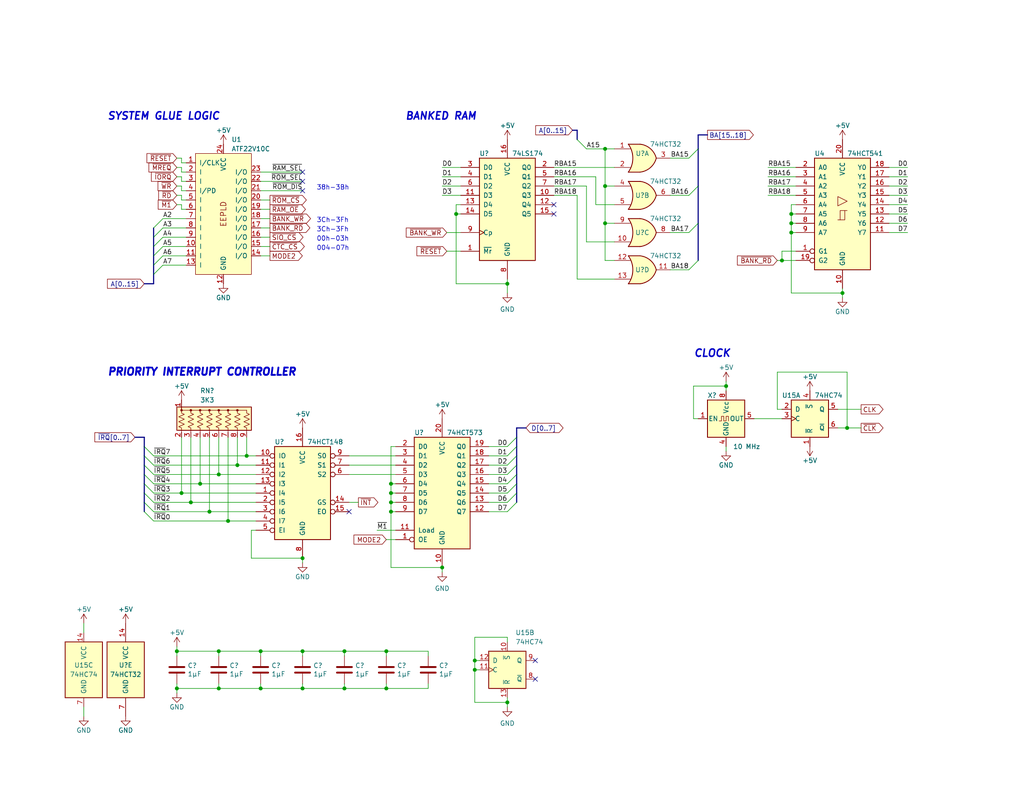
<source format=kicad_sch>
(kicad_sch (version 20230121) (generator eeschema)
  (paper "USLetter")
  (title_block (date "2023-09-20") (rev "3") (company "Frédéric Segard, aka Micro Hobbyist") (comment 1 "youtune.com/@microhobbyist") (comment 2 "github.com/fredericsegard") (comment 4 "I want to thank John Winans, Grant Searle and Sergey Kiselev for inspiring me."))
  (junction (at 71.12 187.96))
  (junction (at 82.55 177.8))
  (junction (at 105.41 177.8))
  (junction (at 106.68 134.62))
  (junction (at 129.54 180.34))
  (junction (at 165.1 60.96))
  (junction (at 93.98 177.8))
  (junction (at 198.12 105.41))
  (junction (at 215.9 58.42))
  (junction (at 138.43 77.47))
  (junction (at 213.36 71.12))
  (junction (at 93.98 187.96))
  (junction (at 165.1 40.64))
  (junction (at 124.46 58.42))
  (junction (at 59.69 129.54))
  (junction (at 48.26 177.8))
  (junction (at 48.26 187.96))
  (junction (at 231.14 116.84))
  (junction (at 59.69 187.96))
  (junction (at 106.68 139.7))
  (junction (at 49.53 134.62))
  (junction (at 120.65 154.94))
  (junction (at 215.9 60.96))
  (junction (at 64.77 127))
  (junction (at 62.23 142.24))
  (junction (at 215.9 63.5))
  (junction (at 105.41 187.96))
  (junction (at 129.54 182.88))
  (junction (at 165.1 50.8))
  (junction (at 57.15 139.7))
  (junction (at 82.55 187.96))
  (junction (at 138.43 191.77))
  (junction (at 106.68 137.16))
  (junction (at 67.31 124.46))
  (junction (at 52.07 137.16))
  (junction (at 71.12 177.8))
  (junction (at 54.61 132.08))
  (junction (at 59.69 177.8))
  (junction (at 106.68 132.08))
  (junction (at 229.87 80.01))
  (junction (at 82.55 152.4))
  (no_connect (at 82.55 52.07))
  (no_connect (at 82.55 46.99))
  (no_connect (at 151.13 55.88))
  (no_connect (at 82.55 49.53))
  (no_connect (at 95.25 139.7))
  (no_connect (at 146.05 185.42))
  (no_connect (at 151.13 58.42))
  (no_connect (at 146.05 180.34))
  (bus_entry (at 41.91 69.85) (size 2.54 -2.54))
  (bus_entry (at 41.91 74.93) (size 2.54 -2.54))
  (bus_entry (at 138.43 139.7) (size 2.54 -2.54))
  (bus_entry (at 39.37 139.7) (size 2.54 2.54))
  (bus_entry (at 41.91 64.77) (size 2.54 -2.54))
  (bus_entry (at 187.96 43.18) (size 2.54 -2.54))
  (bus_entry (at 39.37 137.16) (size 2.54 2.54))
  (bus_entry (at 138.43 134.62) (size 2.54 -2.54))
  (bus_entry (at 39.37 132.08) (size 2.54 2.54))
  (bus_entry (at 187.96 53.34) (size 2.54 -2.54))
  (bus_entry (at 41.91 62.23) (size 2.54 -2.54))
  (bus_entry (at 140.97 121.92) (size -2.54 2.54))
  (bus_entry (at 187.96 73.66) (size 2.54 -2.54))
  (bus_entry (at 41.91 67.31) (size 2.54 -2.54))
  (bus_entry (at 39.37 121.92) (size 2.54 2.54))
  (bus_entry (at 138.43 137.16) (size 2.54 -2.54))
  (bus_entry (at 187.96 63.5) (size 2.54 -2.54))
  (bus_entry (at 39.37 124.46) (size 2.54 2.54))
  (bus_entry (at 41.91 72.39) (size 2.54 -2.54))
  (bus_entry (at 39.37 127) (size 2.54 2.54))
  (bus_entry (at 39.37 129.54) (size 2.54 2.54))
  (bus_entry (at 138.43 132.08) (size 2.54 -2.54))
  (bus_entry (at 140.97 119.38) (size -2.54 2.54))
  (bus_entry (at 140.97 124.46) (size -2.54 2.54))
  (bus_entry (at 157.48 38.1) (size 2.54 2.54))
  (bus_entry (at 39.37 134.62) (size 2.54 2.54))
  (bus_entry (at 140.97 127) (size -2.54 2.54))
  (wire (pts (xy 215.9 63.5) (xy 215.9 80.01)))
  (wire (pts (xy 49.53 45.72) (xy 49.53 46.99)))
  (wire (pts (xy 198.12 104.14) (xy 198.12 105.41)))
  (wire (pts (xy 49.53 53.34) (xy 49.53 54.61)))
  (wire (pts (xy 213.36 68.58) (xy 217.17 68.58)))
  (wire (pts (xy 48.26 186.69) (xy 48.26 187.96)))
  (wire (pts (xy 95.25 124.46) (xy 107.95 124.46)))
  (wire (pts (xy 95.25 137.16) (xy 97.79 137.16)))
  (wire (pts (xy 71.12 52.07) (xy 82.55 52.07)))
  (wire (pts (xy 71.12 62.23) (xy 73.66 62.23)))
  (wire (pts (xy 124.46 77.47) (xy 138.43 77.47)))
  (wire (pts (xy 82.55 153.67) (xy 82.55 152.4)))
  (wire (pts (xy 59.69 119.38) (xy 59.69 129.54)))
  (wire (pts (xy 151.13 50.8) (xy 160.02 50.8)))
  (wire (pts (xy 93.98 179.07) (xy 93.98 177.8)))
  (wire (pts (xy 105.41 177.8) (xy 116.84 177.8)))
  (wire (pts (xy 105.41 187.96) (xy 116.84 187.96)))
  (wire (pts (xy 247.65 53.34) (xy 242.57 53.34)))
  (wire (pts (xy 71.12 69.85) (xy 73.66 69.85)))
  (wire (pts (xy 44.45 59.69) (xy 50.8 59.69)))
  (wire (pts (xy 71.12 186.69) (xy 71.12 187.96)))
  (wire (pts (xy 133.35 132.08) (xy 138.43 132.08)))
  (wire (pts (xy 121.92 63.5) (xy 125.73 63.5)))
  (wire (pts (xy 68.58 144.78) (xy 68.58 152.4)))
  (wire (pts (xy 52.07 119.38) (xy 52.07 137.16)))
  (wire (pts (xy 44.45 69.85) (xy 50.8 69.85)))
  (wire (pts (xy 121.92 68.58) (xy 125.73 68.58)))
  (wire (pts (xy 52.07 137.16) (xy 69.85 137.16)))
  (wire (pts (xy 138.43 191.77) (xy 138.43 190.5)))
  (bus (pts (xy 39.37 139.7) (xy 39.37 137.16)))
  (wire (pts (xy 68.58 152.4) (xy 82.55 152.4)))
  (bus (pts (xy 39.37 132.08) (xy 39.37 129.54)))
  (wire (pts (xy 124.46 58.42) (xy 124.46 77.47)))
  (wire (pts (xy 189.23 114.3) (xy 190.5 114.3)))
  (wire (pts (xy 242.57 55.88) (xy 247.65 55.88)))
  (wire (pts (xy 151.13 45.72) (xy 167.64 45.72)))
  (wire (pts (xy 41.91 137.16) (xy 52.07 137.16)))
  (wire (pts (xy 69.85 144.78) (xy 68.58 144.78)))
  (wire (pts (xy 59.69 177.8) (xy 71.12 177.8)))
  (wire (pts (xy 106.68 134.62) (xy 107.95 134.62)))
  (bus (pts (xy 140.97 134.62) (xy 140.97 137.16)))
  (bus (pts (xy 39.37 129.54) (xy 39.37 127)))
  (bus (pts (xy 190.5 36.83) (xy 193.04 36.83)))
  (wire (pts (xy 212.09 71.12) (xy 213.36 71.12)))
  (wire (pts (xy 129.54 180.34) (xy 129.54 182.88)))
  (wire (pts (xy 165.1 60.96) (xy 167.64 60.96)))
  (wire (pts (xy 41.91 139.7) (xy 57.15 139.7)))
  (wire (pts (xy 48.26 50.8) (xy 49.53 50.8)))
  (wire (pts (xy 234.95 111.76) (xy 228.6 111.76)))
  (bus (pts (xy 39.37 134.62) (xy 39.37 132.08)))
  (wire (pts (xy 106.68 137.16) (xy 107.95 137.16)))
  (wire (pts (xy 82.55 187.96) (xy 93.98 187.96)))
  (wire (pts (xy 64.77 119.38) (xy 64.77 127)))
  (wire (pts (xy 107.95 121.92) (xy 106.68 121.92)))
  (wire (pts (xy 22.86 193.04) (xy 22.86 195.58)))
  (wire (pts (xy 213.36 71.12) (xy 213.36 68.58)))
  (wire (pts (xy 49.53 119.38) (xy 49.53 134.62)))
  (bus (pts (xy 190.5 60.96) (xy 190.5 71.12)))
  (wire (pts (xy 133.35 129.54) (xy 138.43 129.54)))
  (wire (pts (xy 189.23 105.41) (xy 189.23 114.3)))
  (wire (pts (xy 209.55 50.8) (xy 217.17 50.8)))
  (wire (pts (xy 182.88 43.18) (xy 187.96 43.18)))
  (wire (pts (xy 59.69 129.54) (xy 69.85 129.54)))
  (wire (pts (xy 49.53 46.99) (xy 50.8 46.99)))
  (wire (pts (xy 71.12 54.61) (xy 73.66 54.61)))
  (wire (pts (xy 124.46 55.88) (xy 124.46 58.42)))
  (wire (pts (xy 215.9 60.96) (xy 217.17 60.96)))
  (wire (pts (xy 209.55 48.26) (xy 217.17 48.26)))
  (bus (pts (xy 190.5 50.8) (xy 190.5 60.96)))
  (bus (pts (xy 41.91 74.93) (xy 41.91 77.47)))
  (wire (pts (xy 41.91 132.08) (xy 54.61 132.08)))
  (wire (pts (xy 49.53 49.53) (xy 50.8 49.53)))
  (wire (pts (xy 44.45 67.31) (xy 50.8 67.31)))
  (wire (pts (xy 71.12 49.53) (xy 82.55 49.53)))
  (wire (pts (xy 116.84 186.69) (xy 116.84 187.96)))
  (wire (pts (xy 213.36 71.12) (xy 217.17 71.12)))
  (wire (pts (xy 247.65 58.42) (xy 242.57 58.42)))
  (wire (pts (xy 229.87 81.28) (xy 229.87 80.01)))
  (wire (pts (xy 48.26 187.96) (xy 48.26 189.23)))
  (wire (pts (xy 102.87 144.78) (xy 107.95 144.78)))
  (wire (pts (xy 71.12 59.69) (xy 73.66 59.69)))
  (bus (pts (xy 140.97 129.54) (xy 140.97 132.08)))
  (wire (pts (xy 215.9 55.88) (xy 215.9 58.42)))
  (wire (pts (xy 247.65 50.8) (xy 242.57 50.8)))
  (wire (pts (xy 215.9 60.96) (xy 215.9 63.5)))
  (wire (pts (xy 62.23 142.24) (xy 69.85 142.24)))
  (wire (pts (xy 215.9 63.5) (xy 217.17 63.5)))
  (bus (pts (xy 39.37 124.46) (xy 39.37 121.92)))
  (bus (pts (xy 39.37 127) (xy 39.37 124.46)))
  (wire (pts (xy 106.68 139.7) (xy 107.95 139.7)))
  (bus (pts (xy 41.91 62.23) (xy 41.91 64.77)))
  (wire (pts (xy 93.98 186.69) (xy 93.98 187.96)))
  (wire (pts (xy 71.12 177.8) (xy 82.55 177.8)))
  (wire (pts (xy 62.23 119.38) (xy 62.23 142.24)))
  (wire (pts (xy 124.46 58.42) (xy 125.73 58.42)))
  (wire (pts (xy 247.65 48.26) (xy 242.57 48.26)))
  (bus (pts (xy 140.97 127) (xy 140.97 129.54)))
  (wire (pts (xy 71.12 67.31) (xy 73.66 67.31)))
  (wire (pts (xy 59.69 179.07) (xy 59.69 177.8)))
  (wire (pts (xy 48.26 176.53) (xy 48.26 177.8)))
  (bus (pts (xy 140.97 132.08) (xy 140.97 134.62)))
  (bus (pts (xy 190.5 40.64) (xy 190.5 50.8)))
  (wire (pts (xy 125.73 55.88) (xy 124.46 55.88)))
  (wire (pts (xy 133.35 139.7) (xy 138.43 139.7)))
  (wire (pts (xy 106.68 132.08) (xy 107.95 132.08)))
  (wire (pts (xy 44.45 62.23) (xy 50.8 62.23)))
  (wire (pts (xy 212.09 101.6) (xy 212.09 111.76)))
  (bus (pts (xy 157.48 38.1) (xy 157.48 35.56)))
  (wire (pts (xy 138.43 191.77) (xy 138.43 193.04)))
  (wire (pts (xy 59.69 187.96) (xy 71.12 187.96)))
  (wire (pts (xy 54.61 132.08) (xy 69.85 132.08)))
  (wire (pts (xy 71.12 64.77) (xy 73.66 64.77)))
  (wire (pts (xy 215.9 80.01) (xy 229.87 80.01)))
  (wire (pts (xy 198.12 105.41) (xy 198.12 106.68)))
  (wire (pts (xy 71.12 179.07) (xy 71.12 177.8)))
  (wire (pts (xy 160.02 50.8) (xy 160.02 66.04)))
  (wire (pts (xy 165.1 50.8) (xy 165.1 40.64)))
  (bus (pts (xy 41.91 72.39) (xy 41.91 74.93)))
  (bus (pts (xy 39.37 77.47) (xy 41.91 77.47)))
  (wire (pts (xy 234.95 116.84) (xy 231.14 116.84)))
  (wire (pts (xy 106.68 132.08) (xy 106.68 134.62)))
  (bus (pts (xy 39.37 137.16) (xy 39.37 134.62)))
  (wire (pts (xy 49.53 52.07) (xy 50.8 52.07)))
  (bus (pts (xy 41.91 64.77) (xy 41.91 67.31)))
  (wire (pts (xy 182.88 73.66) (xy 187.96 73.66)))
  (wire (pts (xy 93.98 187.96) (xy 105.41 187.96)))
  (wire (pts (xy 209.55 45.72) (xy 217.17 45.72)))
  (wire (pts (xy 41.91 124.46) (xy 67.31 124.46)))
  (wire (pts (xy 57.15 139.7) (xy 69.85 139.7)))
  (bus (pts (xy 41.91 67.31) (xy 41.91 69.85)))
  (wire (pts (xy 120.65 45.72) (xy 125.73 45.72)))
  (wire (pts (xy 157.48 53.34) (xy 151.13 53.34)))
  (wire (pts (xy 165.1 50.8) (xy 167.64 50.8)))
  (wire (pts (xy 48.26 55.88) (xy 49.53 55.88)))
  (wire (pts (xy 22.86 170.18) (xy 22.86 172.72)))
  (wire (pts (xy 138.43 77.47) (xy 138.43 80.01)))
  (wire (pts (xy 205.74 114.3) (xy 213.36 114.3)))
  (wire (pts (xy 165.1 60.96) (xy 165.1 50.8)))
  (wire (pts (xy 71.12 57.15) (xy 73.66 57.15)))
  (wire (pts (xy 82.55 179.07) (xy 82.55 177.8)))
  (wire (pts (xy 54.61 119.38) (xy 54.61 132.08)))
  (bus (pts (xy 140.97 121.92) (xy 140.97 119.38)))
  (bus (pts (xy 41.91 69.85) (xy 41.91 72.39)))
  (wire (pts (xy 71.12 46.99) (xy 82.55 46.99)))
  (wire (pts (xy 167.64 76.2) (xy 157.48 76.2)))
  (wire (pts (xy 133.35 134.62) (xy 138.43 134.62)))
  (wire (pts (xy 82.55 186.69) (xy 82.55 187.96)))
  (wire (pts (xy 48.26 43.18) (xy 49.53 43.18)))
  (wire (pts (xy 106.68 139.7) (xy 106.68 154.94)))
  (wire (pts (xy 106.68 137.16) (xy 106.68 139.7)))
  (wire (pts (xy 105.41 147.32) (xy 107.95 147.32)))
  (wire (pts (xy 129.54 191.77) (xy 138.43 191.77)))
  (wire (pts (xy 182.88 63.5) (xy 187.96 63.5)))
  (wire (pts (xy 167.64 71.12) (xy 165.1 71.12)))
  (wire (pts (xy 165.1 40.64) (xy 167.64 40.64)))
  (wire (pts (xy 49.53 54.61) (xy 50.8 54.61)))
  (wire (pts (xy 48.26 53.34) (xy 49.53 53.34)))
  (wire (pts (xy 64.77 127) (xy 69.85 127)))
  (wire (pts (xy 57.15 119.38) (xy 57.15 139.7)))
  (wire (pts (xy 41.91 142.24) (xy 62.23 142.24)))
  (wire (pts (xy 160.02 40.64) (xy 165.1 40.64)))
  (bus (pts (xy 140.97 119.38) (xy 140.97 116.84)))
  (wire (pts (xy 49.53 44.45) (xy 50.8 44.45)))
  (wire (pts (xy 129.54 182.88) (xy 130.81 182.88)))
  (wire (pts (xy 151.13 48.26) (xy 162.56 48.26)))
  (wire (pts (xy 71.12 187.96) (xy 82.55 187.96)))
  (wire (pts (xy 93.98 177.8) (xy 105.41 177.8)))
  (wire (pts (xy 129.54 173.99) (xy 129.54 180.34)))
  (wire (pts (xy 209.55 53.34) (xy 217.17 53.34)))
  (wire (pts (xy 247.65 63.5) (xy 242.57 63.5)))
  (wire (pts (xy 120.65 48.26) (xy 125.73 48.26)))
  (wire (pts (xy 95.25 129.54) (xy 107.95 129.54)))
  (wire (pts (xy 133.35 124.46) (xy 138.43 124.46)))
  (wire (pts (xy 198.12 123.19) (xy 198.12 121.92)))
  (wire (pts (xy 231.14 116.84) (xy 231.14 101.6)))
  (wire (pts (xy 133.35 137.16) (xy 138.43 137.16)))
  (wire (pts (xy 157.48 76.2) (xy 157.48 53.34)))
  (wire (pts (xy 48.26 48.26) (xy 49.53 48.26)))
  (wire (pts (xy 138.43 76.2) (xy 138.43 77.47)))
  (wire (pts (xy 198.12 105.41) (xy 189.23 105.41)))
  (wire (pts (xy 106.68 154.94) (xy 120.65 154.94)))
  (wire (pts (xy 160.02 66.04) (xy 167.64 66.04)))
  (wire (pts (xy 162.56 55.88) (xy 167.64 55.88)))
  (wire (pts (xy 105.41 186.69) (xy 105.41 187.96)))
  (wire (pts (xy 231.14 116.84) (xy 228.6 116.84)))
  (wire (pts (xy 212.09 111.76) (xy 213.36 111.76)))
  (wire (pts (xy 120.65 50.8) (xy 125.73 50.8)))
  (wire (pts (xy 44.45 64.77) (xy 50.8 64.77)))
  (wire (pts (xy 229.87 80.01) (xy 229.87 78.74)))
  (wire (pts (xy 49.53 43.18) (xy 49.53 44.45)))
  (wire (pts (xy 133.35 121.92) (xy 138.43 121.92)))
  (wire (pts (xy 182.88 53.34) (xy 187.96 53.34)))
  (wire (pts (xy 129.54 182.88) (xy 129.54 191.77)))
  (wire (pts (xy 67.31 119.38) (xy 67.31 124.46)))
  (wire (pts (xy 130.81 180.34) (xy 129.54 180.34)))
  (bus (pts (xy 140.97 124.46) (xy 140.97 121.92)))
  (wire (pts (xy 105.41 179.07) (xy 105.41 177.8)))
  (wire (pts (xy 49.53 48.26) (xy 49.53 49.53)))
  (bus (pts (xy 36.83 119.38) (xy 39.37 119.38)))
  (wire (pts (xy 41.91 129.54) (xy 59.69 129.54)))
  (wire (pts (xy 49.53 57.15) (xy 50.8 57.15)))
  (wire (pts (xy 82.55 177.8) (xy 93.98 177.8)))
  (wire (pts (xy 120.65 53.34) (xy 125.73 53.34)))
  (wire (pts (xy 41.91 134.62) (xy 49.53 134.62)))
  (wire (pts (xy 95.25 127) (xy 107.95 127)))
  (wire (pts (xy 116.84 179.07) (xy 116.84 177.8)))
  (wire (pts (xy 44.45 72.39) (xy 50.8 72.39)))
  (wire (pts (xy 247.65 60.96) (xy 242.57 60.96)))
  (bus (pts (xy 156.21 35.56) (xy 157.48 35.56)))
  (wire (pts (xy 133.35 127) (xy 138.43 127)))
  (bus (pts (xy 190.5 40.64) (xy 190.5 36.83)))
  (wire (pts (xy 59.69 186.69) (xy 59.69 187.96)))
  (wire (pts (xy 49.53 50.8) (xy 49.53 52.07)))
  (wire (pts (xy 48.26 45.72) (xy 49.53 45.72)))
  (wire (pts (xy 138.43 173.99) (xy 129.54 173.99)))
  (wire (pts (xy 49.53 55.88) (xy 49.53 57.15)))
  (wire (pts (xy 215.9 58.42) (xy 215.9 60.96)))
  (wire (pts (xy 48.26 177.8) (xy 59.69 177.8)))
  (wire (pts (xy 49.53 134.62) (xy 69.85 134.62)))
  (bus (pts (xy 39.37 121.92) (xy 39.37 119.38)))
  (wire (pts (xy 106.68 134.62) (xy 106.68 137.16)))
  (wire (pts (xy 67.31 124.46) (xy 69.85 124.46)))
  (wire (pts (xy 120.65 154.94) (xy 120.65 156.21)))
  (wire (pts (xy 48.26 187.96) (xy 59.69 187.96)))
  (wire (pts (xy 231.14 101.6) (xy 212.09 101.6)))
  (wire (pts (xy 41.91 127) (xy 64.77 127)))
  (wire (pts (xy 217.17 55.88) (xy 215.9 55.88)))
  (wire (pts (xy 48.26 177.8) (xy 48.26 179.07)))
  (wire (pts (xy 247.65 45.72) (xy 242.57 45.72)))
  (wire (pts (xy 162.56 48.26) (xy 162.56 55.88)))
  (bus (pts (xy 140.97 127) (xy 140.97 124.46)))
  (bus (pts (xy 143.51 116.84) (xy 140.97 116.84)))
  (wire (pts (xy 138.43 175.26) (xy 138.43 173.99)))
  (wire (pts (xy 215.9 58.42) (xy 217.17 58.42)))
  (wire (pts (xy 165.1 71.12) (xy 165.1 60.96)))
  (wire (pts (xy 106.68 121.92) (xy 106.68 132.08)))
  (text "SYSTEM GLUE LOGIC" (at 29.21 33.02 0) (effects (font (size 2 2) (thickness 0.4) bold italic) (justify left bottom)))
  (text "004-07h" (at 86.36 68.58 0) (effects (font (size 1.27 1.27)) (justify left bottom)))
  (text "00h-03h" (at 86.36 66.04 0) (effects (font (size 1.27 1.27)) (justify left bottom)))
  (text "3Ch-3Fh" (at 86.36 60.96 0) (effects (font (size 1.27 1.27)) (justify left bottom)))
  (text "38h-3Bh" (at 86.36 52.07 0) (effects (font (size 1.27 1.27)) (justify left bottom)))
  (text "PRIORITY INTERRUPT CONTROLLER" (at 29.21 102.87 0) (effects (font (size 2 2) (thickness 0.508) bold italic) (justify left bottom)))
  (text "3Ch-3Fh" (at 86.36 63.5 0) (effects (font (size 1.27 1.27)) (justify left bottom)))
  (text "CLOCK" (at 189.23 97.79 0) (effects (font (size 2 2) (thickness 0.4) bold italic) (justify left bottom)))
  (text "BANKED RAM" (at 110.49 33.02 0) (effects (font (size 2 2) (thickness 0.4) bold italic) (justify left bottom)))
  (label "~{ROM_SEL}" (at 82.55 49.53 180))
  (label "D4" (at 247.65 55.88 180))
  (label "D2" (at 120.65 50.8 0))
  (label "A15" (at 160.02 40.64 0))
  (label "D1" (at 120.65 48.26 0))
  (label "~{ROM_DIS}" (at 82.55 52.07 180))
  (label "D6" (at 138.43 137.16 180))
  (label "D1" (at 138.43 124.46 180))
  (label "RBA17" (at 209.55 50.8 0))
  (label "~{IRQ}4" (at 41.91 132.08 0))
  (label "~{RAM_SEL}" (at 82.55 46.99 180))
  (label "D2" (at 247.65 50.8 180))
  (label "~{IRQ}7" (at 41.91 124.46 0))
  (label "RBA18" (at 209.55 53.34 0))
  (label "RBA16" (at 209.55 48.26 0))
  (label "D2" (at 138.43 127 180))
  (label "~{IRQ}2" (at 41.91 137.16 0))
  (label "RBA15" (at 209.55 45.72 0))
  (label "D4" (at 138.43 132.08 180))
  (label "D6" (at 247.65 60.96 180))
  (label "~{IRQ}3" (at 41.91 134.62 0))
  (label "RBA17" (at 151.13 50.8 0))
  (label "D3" (at 138.43 129.54 180))
  (label "D7" (at 247.65 63.5 180))
  (label "RBA16" (at 151.13 48.26 0))
  (label "D3" (at 120.65 53.34 0))
  (label "D7" (at 138.43 139.7 180))
  (label "D5" (at 138.43 134.62 180))
  (label "~{IRQ}0" (at 41.91 142.24 0))
  (label "~{M1}" (at 102.87 144.78 0))
  (label "D3" (at 247.65 53.34 180))
  (label "A6" (at 44.45 69.85 0))
  (label "A3" (at 44.45 62.23 0))
  (label "RBA15" (at 151.13 45.72 0))
  (label "RBA18" (at 151.13 53.34 0))
  (label "~{IRQ}1" (at 41.91 139.7 0))
  (label "BA17" (at 187.96 63.5 180))
  (label "~{IRQ}6" (at 41.91 127 0))
  (label "BA16" (at 187.96 53.34 180))
  (label "D0" (at 247.65 45.72 180))
  (label "BA15" (at 187.96 43.18 180))
  (label "A2" (at 44.45 59.69 0))
  (label "D5" (at 247.65 58.42 180))
  (label "A4" (at 44.45 64.77 0))
  (label "~{IRQ}5" (at 41.91 129.54 0))
  (label "D0" (at 138.43 121.92 180))
  (label "A7" (at 44.45 72.39 0))
  (label "D1" (at 247.65 48.26 180))
  (label "A5" (at 44.45 67.31 0))
  (label "BA18" (at 187.96 73.66 180))
  (label "D0" (at 120.65 45.72 0))
  (global_label "~{SIO_CS}" (shape output) (at 73.66 64.77 0) (property "Intersheetrefs" "${INTERSHEET_REFS}" (effects hide)))
  (global_label "~{BANK_RD}" (shape input) (at 212.09 71.12 180) (property "Intersheetrefs" "${INTERSHEET_REFS}" (effects hide)))
  (global_label "BA[15..18]" (shape output) (at 193.04 36.83 0) (property "Intersheetrefs" "${INTERSHEET_REFS}" (effects hide)))
  (global_label "~{M1}" (shape input) (at 48.26 55.88 180) (property "Intersheetrefs" "${INTERSHEET_REFS}" (effects hide)))
  (global_label "~{RD}" (shape input) (at 48.26 53.34 180) (property "Intersheetrefs" "${INTERSHEET_REFS}" (effects hide)))
  (global_label "~{BANK_WR}" (shape input) (at 121.92 63.5 180) (property "Intersheetrefs" "${INTERSHEET_REFS}" (effects hide)))
  (global_label "~{MREQ}" (shape input) (at 48.26 45.72 180) (property "Intersheetrefs" "${INTERSHEET_REFS}" (effects hide)))
  (global_label "~{ROM_CS}" (shape output) (at 73.66 54.61 0) (property "Intersheetrefs" "${INTERSHEET_REFS}" (effects hide)))
  (global_label "~{IORQ}" (shape input) (at 48.26 48.26 180) (property "Intersheetrefs" "${INTERSHEET_REFS}" (effects hide)))
  (global_label "~{RESET}" (shape input) (at 48.26 43.18 180) (property "Intersheetrefs" "${INTERSHEET_REFS}" (effects hide)))
  (global_label "~{IRQ}[0..7]" (shape input) (at 36.83 119.38 180) (property "Intersheetrefs" "${INTERSHEET_REFS}" (effects hide)))
  (global_label "~{CLK}" (shape output) (at 234.95 116.84 0) (property "Intersheetrefs" "${INTERSHEET_REFS}" (effects hide)))
  (global_label "MODE2" (shape output) (at 73.66 69.85 0) (property "Intersheetrefs" "${INTERSHEET_REFS}" (effects hide)))
  (global_label "~{BANK_RD}" (shape output) (at 73.66 62.23 0) (property "Intersheetrefs" "${INTERSHEET_REFS}" (effects hide)))
  (global_label "A[0..15]" (shape input) (at 39.37 77.47 180) (property "Intersheetrefs" "${INTERSHEET_REFS}" (effects hide)))
  (global_label "CLK" (shape output) (at 234.95 111.76 0) (property "Intersheetrefs" "${INTERSHEET_REFS}" (effects hide)))
  (global_label "MODE2" (shape input) (at 105.41 147.32 180) (property "Intersheetrefs" "${INTERSHEET_REFS}" (effects hide)))
  (global_label "~{INT}" (shape output) (at 97.79 137.16 0) (property "Intersheetrefs" "${INTERSHEET_REFS}" (effects hide)))
  (global_label "A[0..15]" (shape input) (at 156.21 35.56 180) (property "Intersheetrefs" "${INTERSHEET_REFS}" (effects hide)))
  (global_label "~{CTC_CS}" (shape output) (at 73.66 67.31 0) (property "Intersheetrefs" "${INTERSHEET_REFS}" (effects hide)))
  (global_label "~{WR}" (shape input) (at 48.26 50.8 180) (property "Intersheetrefs" "${INTERSHEET_REFS}" (effects hide)))
  (global_label "D[0..7]" (shape tri_state) (at 143.51 116.84 0) (property "Intersheetrefs" "${INTERSHEET_REFS}" (effects hide)))
  (global_label "~{RAM_OE}" (shape output) (at 73.66 57.15 0) (property "Intersheetrefs" "${INTERSHEET_REFS}" (effects hide)))
  (global_label "~{BANK_WR}" (shape output) (at 73.66 59.69 0) (property "Intersheetrefs" "${INTERSHEET_REFS}" (effects hide)))
  (global_label "~{RESET}" (shape input) (at 121.92 68.58 180) (property "Intersheetrefs" "${INTERSHEET_REFS}" (effects hide)))
  (symbol (lib_id "power:GND") (at 138.43 80.01 0) (unit 1)
    (property "Reference" "#PWR?" (effects hide))
    (property "Value" "GND" (at 138.43 84.4534 0))
    (instances (project "1 - Main CPU board with basic peripherals (rev4)" (path "" (reference "#PWR?") (unit 1))) (project "2 - CPU and core components (Rev 3)" (path "" (reference "#PWR05") (unit 1))))
  )
  (symbol (lib_name "+5V_1") (lib_id "power:+5V") (at 48.26 176.53 0) (unit 1)
    (property "Reference" "#PWR?" (effects hide))
    (property "Value" "+5V" (at 48.26 172.72 0))
    (instances (project "1 - Main CPU board with basic peripherals (rev4)" (path "" (reference "#PWR?") (unit 1)) (path "" (reference "#PWR?") (unit 1))) (project "2 - CPU and core components (Rev 3)" (path "" (reference "#PWR017") (unit 1))))
  )
  (symbol (lib_name "+5V_1") (lib_id "power:+5V") (at 120.65 114.3 0) (unit 1)
    (property "Reference" "#PWR?" (effects hide))
    (property "Value" "+5V" (at 120.65 110.49 0))
    (instances (project "1 - Main CPU board with basic peripherals (rev4)" (path "" (reference "#PWR?") (unit 1)) (path "" (reference "#PWR?") (unit 1))) (project "2 - CPU and core components (Rev 3)" (path "" (reference "#PWR09") (unit 1))))
  )
  (symbol (lib_id "Device:C") (at 71.12 182.88 0) (unit 1)
    (property "Reference" "C?" (at 74.041 181.7116 0) (effects (justify left)))
    (property "Value" "1µF" (at 74.041 184.023 0) (effects (justify left)))
    (property "Footprint" "Capacitor_THT:C_Disc_D3.0mm_W2.0mm_P2.50mm" (effects hide))
    (instances (project "1 - Main CPU board with basic peripherals (rev4)" (path "" (reference "C?") (unit 1)) (path "" (reference "C?") (unit 1))) (project "" (path "" (reference "C?") (unit 1))) (project "2 - CPU and core components (Rev 3)" (path "" (reference "C3") (unit 1))))
  )
  (symbol (lib_name "+5V_1") (lib_id "power:+5V") (at 220.98 106.68 0) (unit 1)
    (property "Reference" "#PWR?" (effects hide))
    (property "Value" "+5V" (at 220.98 102.87 0))
    (instances (project "1 - Main CPU board with basic peripherals (rev5)" (path "" (reference "#PWR?") (unit 1))) (project "0 - Card edge backplane v2" (path "" (reference "#PWR?") (unit 1))) (project "2 - CPU and core components (Rev 3)" (path "" (reference "#PWR?") (unit 1)) (path "" (reference "#PWR?") (unit 1)) (path "" (reference "#PWR055") (unit 1))))
  )
  (symbol (lib_id "Device:C") (at 59.69 182.88 0) (unit 1)
    (property "Reference" "C?" (at 62.611 181.7116 0) (effects (justify left)))
    (property "Value" "1µF" (at 62.611 184.023 0) (effects (justify left)))
    (property "Footprint" "Capacitor_THT:C_Disc_D3.0mm_W2.0mm_P2.50mm" (effects hide))
    (instances (project "1 - Main CPU board with basic peripherals (rev4)" (path "" (reference "C?") (unit 1)) (path "" (reference "C?") (unit 1))) (project "" (path "" (reference "C?") (unit 1))) (project "2 - CPU and core components (Rev 3)" (path "" (reference "C2") (unit 1))))
  )
  (symbol (lib_id "power:GND") (at 22.86 195.58 0) (unit 1)
    (property "Reference" "#PWR?" (effects hide))
    (property "Value" "GND" (at 22.86 199.39 0))
    (instances (project "1 - Main CPU board with basic peripherals (rev4)" (path "" (reference "#PWR?") (unit 1)) (path "" (reference "#PWR?") (unit 1))) (project "1 - ATX 16 bit ISA passive backplane" (path "" (reference "#PWR?") (unit 1))) (project "2 - CPU and core components (Rev 3)" (path "" (reference "#PWR013") (unit 1))))
  )
  (symbol (lib_name "GND_2") (lib_id "power:GND") (at 60.96 77.47 0) (unit 1)
    (property "Reference" "#PWR?" (effects hide))
    (property "Value" "GND" (at 60.96 81.28 0))
    (instances (project "1 - Main CPU board with basic peripherals (rev5)" (path "" (reference "#PWR?") (unit 1))) (project "1 - ATX 16 bit ISA passive backplane" (path "" (reference "#PWR?") (unit 1))) (project "2 - CPU and core components (Rev 3)" (path "" (reference "#PWR?") (unit 1)) (path "" (reference "#PWR?") (unit 1)) (path "" (reference "#PWR04") (unit 1))))
  )
  (symbol (lib_name "+5V_1") (lib_id "power:+5V") (at 198.12 104.14 0) (unit 1)
    (property "Reference" "#PWR?" (effects hide))
    (property "Value" "+5V" (at 198.12 100.33 0))
    (instances (project "1 - Main CPU board with basic peripherals (rev5)" (path "" (reference "#PWR?") (unit 1))) (project "0 - Card edge backplane v2" (path "" (reference "#PWR?") (unit 1))) (project "2 - CPU and core components (Rev 3)" (path "" (reference "#PWR?") (unit 1)) (path "" (reference "#PWR?") (unit 1)) (path "" (reference "#PWR07") (unit 1))))
  )
  (symbol (lib_name "+5V_1") (lib_id "power:+5V") (at 229.87 38.1 0) (unit 1)
    (property "Reference" "#PWR?" (effects hide))
    (property "Value" "+5V" (at 229.87 34.29 0))
    (instances (project "1 - Main CPU board with basic peripherals (rev5)" (path "" (reference "#PWR?") (unit 1))) (project "2 - CPU and memory card with the essential peripherals" (path "" (reference "#PWR?") (unit 1))) (project "2 - CPU and core components (Rev 3)" (path "" (reference "#PWR?") (unit 1)) (path "" (reference "#PWR02") (unit 1))))
  )
  (symbol (lib_id "74xx:74HCT541") (at 229.87 58.42 0) (unit 1)
    (property "Reference" "U4" (at 222.25 41.91 0) (effects (justify left)))
    (property "Value" "74HCT541" (at 231.14 41.91 0) (effects (justify left)))
    (property "Footprint" "Package_DIP:DIP-20_W7.62mm_Socket" (effects hide))
    (property "Datasheet" "http://www.ti.com/lit/gpn/sn74HCT541" (effects hide))
  )
  (symbol (lib_name "+5V_1") (lib_id "power:+5V") (at 60.96 39.37 0) (unit 1)
    (property "Reference" "#PWR?" (effects hide))
    (property "Value" "+5V" (at 60.96 35.56 0))
    (instances (project "1 - Main CPU board with basic peripherals (rev5)" (path "" (reference "#PWR?") (unit 1))) (project "2 - CPU and memory card with the essential peripherals" (path "" (reference "#PWR?") (unit 1))) (project "2 - CPU and core components (Rev 3)" (path "" (reference "#PWR?") (unit 1)) (path "" (reference "#PWR03") (unit 1))))
  )
  (symbol (lib_name "+5V_1") (lib_id "power:+5V") (at 138.43 38.1 0) (unit 1)
    (property "Reference" "#PWR?" (effects hide))
    (property "Value" "+5V" (at 138.43 34.29 0))
    (instances (project "1 - Main CPU board with basic peripherals (rev4)" (path "" (reference "#PWR?") (unit 1))) (project "2 - CPU and memory card with the essential peripherals" (path "" (reference "#PWR?") (unit 1))) (project "2 - CPU and core components (Rev 3)" (path "" (reference "#PWR01") (unit 1))))
  )
  (symbol (lib_id "Device:C") (at 93.98 182.88 0) (unit 1)
    (property "Reference" "C?" (at 96.901 181.7116 0) (effects (justify left)))
    (property "Value" "1µF" (at 96.901 184.023 0) (effects (justify left)))
    (property "Footprint" "Capacitor_THT:C_Disc_D3.0mm_W2.0mm_P2.50mm" (effects hide))
    (instances (project "1 - Main CPU board with basic peripherals (rev4)" (path "" (reference "C?") (unit 1)) (path "" (reference "C?") (unit 1))) (project "" (path "" (reference "C?") (unit 1))) (project "2 - CPU and core components (Rev 3)" (path "" (reference "C5") (unit 1))))
  )
  (symbol (lib_id "74xx:74LS32") (at 175.26 63.5 0) (unit 3)
    (property "Reference" "U?" (at 175.26 63.5 0))
    (property "Value" "74HCT32" (at 181.61 59.69 0))
    (property "Footprint" "Package_DIP:DIP-14_W7.62mm_Socket" (effects hide))
    (property "Datasheet" "http://www.ti.com/lit/gpn/sn74LS32" (effects hide))
    (instances (project "1 - Main CPU board with basic peripherals (rev4)" (path "" (reference "U?") (unit 3))) (project "2 - CPU and core components (Rev 3)" (path "" (reference "U2") (unit 3))))
  )
  (symbol (lib_id "74xx:74LS32") (at 34.29 182.88 0) (unit 5)
    (property "Reference" "U?" (at 34.29 181.61 0))
    (property "Value" "74HCT32" (at 34.29 184.15 0))
    (property "Footprint" "Package_DIP:DIP-14_W7.62mm_Socket" (effects hide))
    (property "Datasheet" "http://www.ti.com/lit/gpn/sn74LS32" (effects hide))
    (instances (project "1 - Main CPU board with basic peripherals (rev4)" (path "" (reference "U?") (unit 5))) (project "2 - CPU and core components (Rev 3)" (path "" (reference "U2") (unit 5))))
  )
  (symbol (lib_id "0_Library:ATF22V10C") (at 60.96 40.64 0) (unit 1)
    (property "Reference" "U1" (at 63.1541 38.1 0) (effects (justify left)))
    (property "Value" "ATF22V10C" (at 63.1541 40.64 0) (effects (justify left)))
    (property "Footprint" "Package_DIP:DIP-24_W7.62mm_Socket" (effects hide))
    (property "Datasheet" "http://ww1.microchip.com/downloads/en/DeviceDoc/doc0735.pdf" (effects hide))
  )
  (symbol (lib_id "74xx:74HC74") (at 220.98 114.3 0) (unit 1)
    (property "Reference" "U15" (at 213.36 107.95 0) (effects (justify left)))
    (property "Value" "74HC74" (at 222.25 107.95 0) (effects (justify left)))
    (property "Datasheet" "74xx/74hc_hct74.pdf" (effects hide))
  )
  (symbol (lib_id "Device:C") (at 48.26 182.88 0) (unit 1)
    (property "Reference" "C?" (at 51.181 181.7116 0) (effects (justify left)))
    (property "Value" "1µF" (at 51.181 184.023 0) (effects (justify left)))
    (property "Footprint" "Capacitor_THT:C_Disc_D3.0mm_W2.0mm_P2.50mm" (effects hide))
    (instances (project "1 - Main CPU board with basic peripherals (rev4)" (path "" (reference "C?") (unit 1)) (path "" (reference "C?") (unit 1))) (project "" (path "" (reference "C?") (unit 1))) (project "2 - CPU and core components (Rev 3)" (path "" (reference "C1") (unit 1))))
  )
  (symbol (lib_id "74xx:74HC74") (at 22.86 182.88 0) (unit 3)
    (property "Reference" "U15" (at 22.86 181.61 0))
    (property "Value" "74HC74" (at 22.86 184.15 0))
    (property "Datasheet" "74xx/74hc_hct74.pdf" (effects hide))
  )
  (symbol (lib_name "GND_1") (lib_id "power:GND") (at 229.87 81.28 0) (unit 1)
    (property "Reference" "#PWR?" (effects hide))
    (property "Value" "GND" (at 229.87 85.09 0))
    (instances (project "1 - Main CPU board with basic peripherals (rev5)" (path "" (reference "#PWR?") (unit 1)) (path "" (reference "#PWR?") (unit 1))) (project "2 - CPU and memory card with the essential peripherals" (path "" (reference "#PWR?") (unit 1))) (project "3 - Quad Serial card v3" (path "" (reference "#PWR?") (unit 1)) (path "" (reference "#PWR?") (unit 1))) (project "2 - CPU and core components (Rev 3)" (path "" (reference "#PWR?") (unit 1)) (path "" (reference "#PWR06") (unit 1))))
  )
  (symbol (lib_id "power:GND") (at 82.55 153.67 0) (unit 1)
    (property "Reference" "#PWR?" (effects hide))
    (property "Value" "GND" (at 82.55 157.48 0))
    (instances (project "1 - Main CPU board with basic peripherals (rev4)" (path "" (reference "#PWR?") (unit 1)) (path "" (reference "#PWR?") (unit 1))) (project "1 - ATX 16 bit ISA passive backplane" (path "" (reference "#PWR?") (unit 1))) (project "2 - CPU and core components (Rev 3)" (path "" (reference "#PWR014") (unit 1))))
  )
  (symbol (lib_id "74xx:74LS32") (at 175.26 73.66 0) (unit 4)
    (property "Reference" "U?" (at 175.26 73.66 0))
    (property "Value" "74HCT32" (at 181.61 69.85 0))
    (property "Footprint" "Package_DIP:DIP-14_W7.62mm_Socket" (effects hide))
    (property "Datasheet" "http://www.ti.com/lit/gpn/sn74LS32" (effects hide))
    (instances (project "1 - Main CPU board with basic peripherals (rev4)" (path "" (reference "U?") (unit 4))) (project "2 - CPU and core components (Rev 3)" (path "" (reference "U2") (unit 4))))
  )
  (symbol (lib_id "Device:C") (at 82.55 182.88 0) (unit 1)
    (property "Reference" "C?" (at 85.471 181.7116 0) (effects (justify left)))
    (property "Value" "1µF" (at 85.471 184.023 0) (effects (justify left)))
    (property "Footprint" "Capacitor_THT:C_Disc_D3.0mm_W2.0mm_P2.50mm" (effects hide))
    (instances (project "1 - Main CPU board with basic peripherals (rev4)" (path "" (reference "C?") (unit 1)) (path "" (reference "C?") (unit 1))) (project "" (path "" (reference "C?") (unit 1))) (project "2 - CPU and core components (Rev 3)" (path "" (reference "C4") (unit 1))))
  )
  (symbol (lib_id "Device:C") (at 116.84 182.88 0) (unit 1)
    (property "Reference" "C?" (at 119.761 181.7116 0) (effects (justify left)))
    (property "Value" "1µF" (at 119.761 184.023 0) (effects (justify left)))
    (property "Footprint" "Capacitor_THT:C_Disc_D3.0mm_W2.0mm_P2.50mm" (effects hide))
    (instances (project "1 - Main CPU board with basic peripherals (rev4)" (path "" (reference "C?") (unit 1)) (path "" (reference "C?") (unit 1))) (project "" (path "" (reference "C?") (unit 1))) (project "2 - CPU and core components (Rev 3)" (path "" (reference "C7") (unit 1))))
  )
  (symbol (lib_id "74xx:74LS32") (at 175.26 43.18 0) (unit 1)
    (property "Reference" "U?" (at 175.26 41.91 0))
    (property "Value" "74HCT32" (at 181.61 39.37 0))
    (property "Footprint" "Package_DIP:DIP-14_W7.62mm_Socket" (effects hide))
    (property "Datasheet" "http://www.ti.com/lit/gpn/sn74LS32" (effects hide))
    (instances (project "1 - Main CPU board with basic peripherals (rev4)" (path "" (reference "U?") (unit 1))) (project "2 - CPU and core components (Rev 3)" (path "" (reference "U2") (unit 1))))
  )
  (symbol (lib_name "+5V_1") (lib_id "power:+5V") (at 220.98 121.92 180) (unit 1)
    (property "Reference" "#PWR?" (effects hide))
    (property "Value" "+5V" (at 220.98 125.73 0))
    (instances (project "1 - Main CPU board with basic peripherals (rev5)" (path "" (reference "#PWR?") (unit 1))) (project "0 - Card edge backplane v2" (path "" (reference "#PWR?") (unit 1))) (project "2 - CPU and core components (Rev 3)" (path "" (reference "#PWR?") (unit 1)) (path "" (reference "#PWR?") (unit 1)) (path "" (reference "#PWR056") (unit 1))))
  )
  (symbol (lib_id "74xx:74LS148") (at 82.55 134.62 0) (unit 1)
    (property "Reference" "U?" (at 74.93 120.65 0) (effects (justify left)))
    (property "Value" "74HCT148" (at 83.82 120.65 0) (effects (justify left)))
    (property "Footprint" "Package_DIP:DIP-16_W7.62mm_Socket" (effects hide))
    (property "Datasheet" "http://www.ti.com/lit/gpn/sn74LS148" (effects hide))
    (instances (project "1 - Main CPU board with basic peripherals (rev4)" (path "" (reference "U?") (unit 1))) (project "2 - CPU and core components (Rev 3)" (path "" (reference "U5") (unit 1))))
  )
  (symbol (lib_id "74xx:74LS32") (at 175.26 53.34 0) (unit 2)
    (property "Reference" "U?" (at 175.26 53.34 0))
    (property "Value" "74HCT32" (at 181.61 49.53 0))
    (property "Footprint" "Package_DIP:DIP-14_W7.62mm_Socket" (effects hide))
    (property "Datasheet" "http://www.ti.com/lit/gpn/sn74LS32" (effects hide))
    (instances (project "1 - Main CPU board with basic peripherals (rev4)" (path "" (reference "U?") (unit 2))) (project "2 - CPU and core components (Rev 3)" (path "" (reference "U2") (unit 2))))
  )
  (symbol (lib_id "power:GND") (at 138.43 193.04 0) (unit 1)
    (property "Reference" "#PWR?" (effects hide))
    (property "Value" "GND" (at 138.43 197.4834 0))
    (instances (project "1 - Main CPU board with basic peripherals (rev4)" (path "" (reference "#PWR?") (unit 1))) (project "2 - CPU and core components (Rev 3)" (path "" (reference "#PWR054") (unit 1))))
  )
  (symbol (lib_name "+5V_1") (lib_id "power:+5V") (at 22.86 170.18 0) (mirror y) (unit 1)
    (property "Reference" "#PWR?" (effects hide))
    (property "Value" "+5V" (at 22.86 166.37 0))
    (instances (project "1 - Main CPU board with basic peripherals (rev4)" (path "" (reference "#PWR?") (unit 1)) (path "" (reference "#PWR?") (unit 1))) (project "2 - CPU and core components (Rev 3)" (path "" (reference "#PWR012") (unit 1))))
  )
  (symbol (lib_id "74xx:74HC74") (at 138.43 182.88 0) (unit 2)
    (property "Reference" "U15" (at 140.6241 172.72 0) (effects (justify left)))
    (property "Value" "74HC74" (at 140.6241 175.26 0) (effects (justify left)))
    (property "Datasheet" "74xx/74hc_hct74.pdf" (effects hide))
  )
  (symbol (lib_id "74xx:74LS174") (at 138.43 55.88 0) (unit 1)
    (property "Reference" "U?" (at 130.81 41.91 0) (effects (justify left)))
    (property "Value" "74LS174" (at 139.7 41.91 0) (effects (justify left)))
    (property "Footprint" "Package_DIP:DIP-16_W7.62mm_Socket" (effects hide))
    (property "Datasheet" "http://www.ti.com/lit/gpn/sn74LS174" (effects hide))
    (instances (project "1 - Main CPU board with basic peripherals (rev4)" (path "" (reference "U?") (unit 1))) (project "2 - CPU and core components (Rev 3)" (path "" (reference "U3") (unit 1))))
  )
  (symbol (lib_name "+5V_1") (lib_id "power:+5V") (at 34.29 170.18 0) (mirror y) (unit 1)
    (property "Reference" "#PWR?" (effects hide))
    (property "Value" "+5V" (at 34.29 166.37 0))
    (instances (project "1 - Main CPU board with basic peripherals (rev4)" (path "" (reference "#PWR?") (unit 1)) (path "" (reference "#PWR?") (unit 1))) (project "2 - CPU and core components (Rev 3)" (path "" (reference "#PWR016") (unit 1))))
  )
  (symbol (lib_id "power:GND") (at 34.29 195.58 0) (unit 1)
    (property "Reference" "#PWR?" (effects hide))
    (property "Value" "GND" (at 34.29 199.39 0))
    (instances (project "1 - Main CPU board with basic peripherals (rev4)" (path "" (reference "#PWR?") (unit 1)) (path "" (reference "#PWR?") (unit 1))) (project "1 - ATX 16 bit ISA passive backplane" (path "" (reference "#PWR?") (unit 1))) (project "2 - CPU and core components (Rev 3)" (path "" (reference "#PWR019") (unit 1))))
  )
  (symbol (lib_id "Device:R_Network08_US") (at 59.69 114.3 0) (unit 1)
    (property "Reference" "RN?" (at 54.61 106.68 0) (effects (justify left)))
    (property "Value" "3K3" (at 54.61 109.22 0) (effects (justify left)))
    (property "Footprint" "Resistor_THT:R_Array_SIP9" (effects hide))
    (property "Datasheet" "http://www.vishay.com/docs/31509/csc.pdf" (effects hide))
    (instances (project "1 - Main CPU board with basic peripherals (rev4)" (path "" (reference "RN?") (unit 1))) (project "2 - CPU and core components (Rev 3)" (path "" (reference "RN1") (unit 1))))
  )
  (symbol (lib_id "Device:C") (at 105.41 182.88 0) (unit 1)
    (property "Reference" "C?" (at 108.331 181.7116 0) (effects (justify left)))
    (property "Value" "1µF" (at 108.331 184.023 0) (effects (justify left)))
    (property "Footprint" "Capacitor_THT:C_Disc_D3.0mm_W2.0mm_P2.50mm" (effects hide))
    (instances (project "1 - Main CPU board with basic peripherals (rev4)" (path "" (reference "C?") (unit 1)) (path "" (reference "C?") (unit 1))) (project "" (path "" (reference "C?") (unit 1))) (project "2 - CPU and core components (Rev 3)" (path "" (reference "C6") (unit 1))))
  )
  (symbol (lib_name "GND_2") (lib_id "power:GND") (at 48.26 189.23 0) (unit 1)
    (property "Reference" "#PWR?" (effects hide))
    (property "Value" "GND" (at 48.26 193.04 0))
    (instances (project "1 - Main CPU board with basic peripherals (rev4)" (path "" (reference "#PWR?") (unit 1)) (path "" (reference "#PWR?") (unit 1))) (project "2 - CPU and core components (Rev 3)" (path "" (reference "#PWR018") (unit 1))))
  )
  (symbol (lib_id "Oscillator:CXO_DIP8") (at 198.12 114.3 0) (unit 1)
    (property "Reference" "X?" (at 194.31 107.95 0))
    (property "Value" "10 MHz" (at 200.025 121.92 0) (effects (justify left)))
    (property "Footprint" "0_Library:DIP-8-4_W7.62mm_Oscillator_Socket" (effects hide))
    (property "Datasheet" "http://cdn-reichelt.de/documents/datenblatt/B400/OSZI.pdf" (effects hide))
    (instances (project "1 - Main CPU board with basic peripherals (rev5)" (path "" (reference "X?") (unit 1))) (project "1 - Main CPU card with CTC, SIO and PIO" (path "" (reference "X?") (unit 1))) (project "0 - Card edge backplane v2" (path "" (reference "X?") (unit 1))) (project "2 - CPU and core components (Rev 3)" (path "" (reference "X?") (unit 1)) (path "" (reference "X?") (unit 1)) (path "" (reference "X1") (unit 1))))
  )
  (symbol (lib_name "+5V_1") (lib_id "power:+5V") (at 82.55 116.84 0) (unit 1)
    (property "Reference" "#PWR?" (effects hide))
    (property "Value" "+5V" (at 82.55 113.03 0))
    (instances (project "1 - Main CPU board with basic peripherals (rev4)" (path "" (reference "#PWR?") (unit 1)) (path "" (reference "#PWR?") (unit 1))) (project "2 - CPU and core components (Rev 3)" (path "" (reference "#PWR010") (unit 1))))
  )
  (symbol (lib_id "power:GND") (at 120.65 156.21 0) (unit 1)
    (property "Reference" "#PWR?" (effects hide))
    (property "Value" "GND" (at 120.65 160.6534 0))
    (instances (project "1 - Main CPU board with basic peripherals (rev4)" (path "" (reference "#PWR?") (unit 1))) (project "2 - CPU and core components (Rev 3)" (path "" (reference "#PWR015") (unit 1))))
  )
  (symbol (lib_id "74xx:74LS573") (at 120.65 134.62 0) (unit 1)
    (property "Reference" "U?" (at 113.03 118.11 0) (effects (justify left)))
    (property "Value" "74HCT573" (at 121.92 118.11 0) (effects (justify left)))
    (property "Footprint" "Package_DIP:DIP-20_W7.62mm_Socket" (effects hide))
    (property "Datasheet" "74xx/74hc573.pdf" (effects hide))
    (instances (project "1 - Main CPU board with basic peripherals (rev4)" (path "" (reference "U?") (unit 1))) (project "2 - CPU and core components (Rev 3)" (path "" (reference "U6") (unit 1))))
  )
  (symbol (lib_name "+5V_1") (lib_id "power:+5V") (at 49.53 109.22 0) (unit 1)
    (property "Reference" "#PWR?" (effects hide))
    (property "Value" "+5V" (at 49.53 105.41 0))
    (instances (project "1 - Main CPU board with basic peripherals (rev4)" (path "" (reference "#PWR?") (unit 1)) (path "" (reference "#PWR?") (unit 1))) (project "2 - CPU and core components (Rev 3)" (path "" (reference "#PWR08") (unit 1))))
  )
  (symbol (lib_name "GND_2") (lib_id "power:GND") (at 198.12 123.19 0) (unit 1)
    (property "Reference" "#PWR?" (effects hide))
    (property "Value" "GND" (at 198.12 127 0))
    (instances (project "1 - Main CPU board with basic peripherals (rev5)" (path "" (reference "#PWR?") (unit 1))) (project "1 - ATX 16 bit ISA passive backplane" (path "" (reference "#PWR?") (unit 1))) (project "2 - CPU and core components (Rev 3)" (path "" (reference "#PWR?") (unit 1)) (path "" (reference "#PWR?") (unit 1)) (path "" (reference "#PWR011") (unit 1))))
  )
)
</source>
